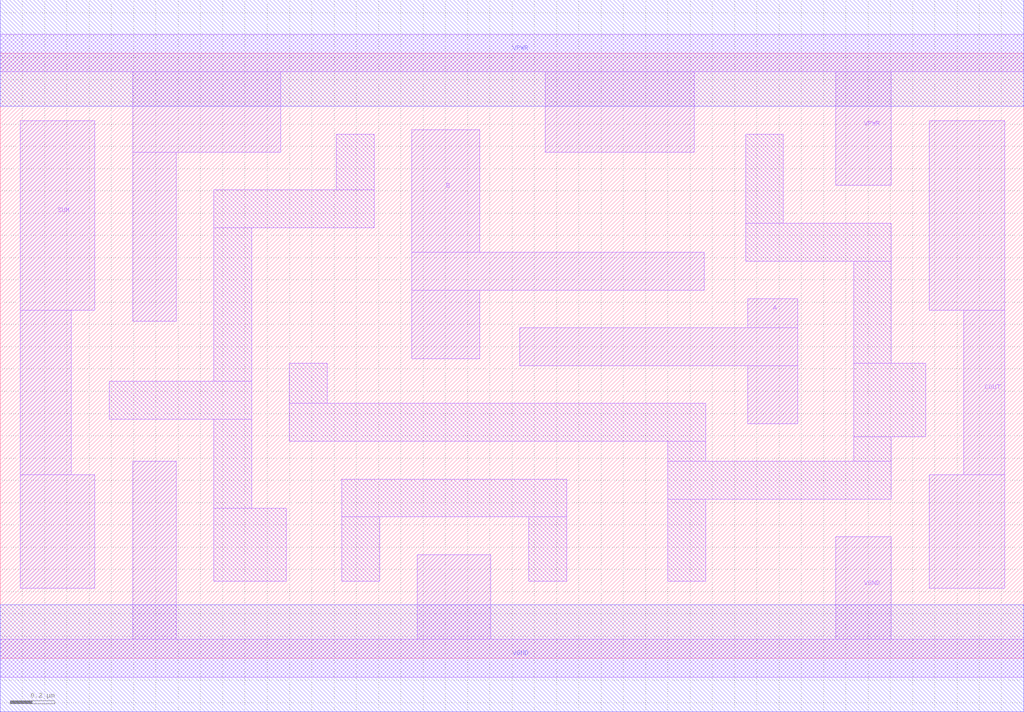
<source format=lef>
# Copyright 2020 The SkyWater PDK Authors
#
# Licensed under the Apache License, Version 2.0 (the "License");
# you may not use this file except in compliance with the License.
# You may obtain a copy of the License at
#
#     https://www.apache.org/licenses/LICENSE-2.0
#
# Unless required by applicable law or agreed to in writing, software
# distributed under the License is distributed on an "AS IS" BASIS,
# WITHOUT WARRANTIES OR CONDITIONS OF ANY KIND, either express or implied.
# See the License for the specific language governing permissions and
# limitations under the License.
#
# SPDX-License-Identifier: Apache-2.0

VERSION 5.5 ;
NAMESCASESENSITIVE ON ;
BUSBITCHARS "[]" ;
DIVIDERCHAR "/" ;
MACRO sky130_fd_sc_hd__ha_1
  CLASS CORE ;
  SOURCE USER ;
  ORIGIN  0.000000  0.000000 ;
  SIZE  4.600000 BY  2.720000 ;
  SYMMETRY X Y R90 ;
  SITE unithd ;
  PIN A
    ANTENNAGATEAREA  0.252000 ;
    DIRECTION INPUT ;
    USE SIGNAL ;
    PORT
      LAYER li1 ;
        RECT 2.335000 1.315000 3.585000 1.485000 ;
        RECT 3.360000 1.055000 3.585000 1.315000 ;
        RECT 3.360000 1.485000 3.585000 1.615000 ;
    END
  END A
  PIN B
    ANTENNAGATEAREA  0.252000 ;
    DIRECTION INPUT ;
    USE SIGNAL ;
    PORT
      LAYER li1 ;
        RECT 1.850000 1.345000 2.155000 1.655000 ;
        RECT 1.850000 1.655000 3.165000 1.825000 ;
        RECT 1.850000 1.825000 2.155000 2.375000 ;
    END
  END B
  PIN COUT
    ANTENNADIFFAREA  0.429000 ;
    DIRECTION OUTPUT ;
    USE SIGNAL ;
    PORT
      LAYER li1 ;
        RECT 4.175000 0.315000 4.515000 0.825000 ;
        RECT 4.175000 1.565000 4.515000 2.415000 ;
        RECT 4.330000 0.825000 4.515000 1.565000 ;
    END
  END COUT
  PIN SUM
    ANTENNADIFFAREA  0.429000 ;
    DIRECTION OUTPUT ;
    USE SIGNAL ;
    PORT
      LAYER li1 ;
        RECT 0.090000 0.315000 0.425000 0.825000 ;
        RECT 0.090000 0.825000 0.320000 1.565000 ;
        RECT 0.090000 1.565000 0.425000 2.415000 ;
    END
  END SUM
  PIN VGND
    DIRECTION INOUT ;
    SHAPE ABUTMENT ;
    USE GROUND ;
    PORT
      LAYER li1 ;
        RECT 0.000000 -0.085000 4.600000 0.085000 ;
        RECT 0.595000  0.085000 0.790000 0.885000 ;
        RECT 1.875000  0.085000 2.205000 0.465000 ;
        RECT 3.755000  0.085000 4.005000 0.545000 ;
    END
    PORT
      LAYER met1 ;
        RECT 0.000000 -0.240000 4.600000 0.240000 ;
    END
  END VGND
  PIN VPWR
    DIRECTION INOUT ;
    SHAPE ABUTMENT ;
    USE POWER ;
    PORT
      LAYER li1 ;
        RECT 0.000000 2.635000 4.600000 2.805000 ;
        RECT 0.595000 1.515000 0.790000 2.275000 ;
        RECT 0.595000 2.275000 1.260000 2.635000 ;
        RECT 2.450000 2.275000 3.120000 2.635000 ;
        RECT 3.755000 2.125000 4.005000 2.635000 ;
    END
    PORT
      LAYER met1 ;
        RECT 0.000000 2.480000 4.600000 2.960000 ;
    END
  END VPWR
  OBS
    LAYER li1 ;
      RECT 0.490000 1.075000 1.130000 1.245000 ;
      RECT 0.960000 0.345000 1.285000 0.675000 ;
      RECT 0.960000 0.675000 1.130000 1.075000 ;
      RECT 0.960000 1.245000 1.130000 1.935000 ;
      RECT 0.960000 1.935000 1.680000 2.105000 ;
      RECT 1.300000 0.975000 3.170000 1.145000 ;
      RECT 1.300000 1.145000 1.470000 1.325000 ;
      RECT 1.510000 2.105000 1.680000 2.355000 ;
      RECT 1.535000 0.345000 1.705000 0.635000 ;
      RECT 1.535000 0.635000 2.545000 0.805000 ;
      RECT 2.375000 0.345000 2.545000 0.635000 ;
      RECT 3.000000 0.345000 3.170000 0.715000 ;
      RECT 3.000000 0.715000 4.005000 0.885000 ;
      RECT 3.000000 0.885000 3.170000 0.975000 ;
      RECT 3.350000 1.785000 4.005000 1.955000 ;
      RECT 3.350000 1.955000 3.520000 2.355000 ;
      RECT 3.835000 0.885000 4.005000 0.995000 ;
      RECT 3.835000 0.995000 4.160000 1.325000 ;
      RECT 3.835000 1.325000 4.005000 1.785000 ;
  END
END sky130_fd_sc_hd__ha_1

</source>
